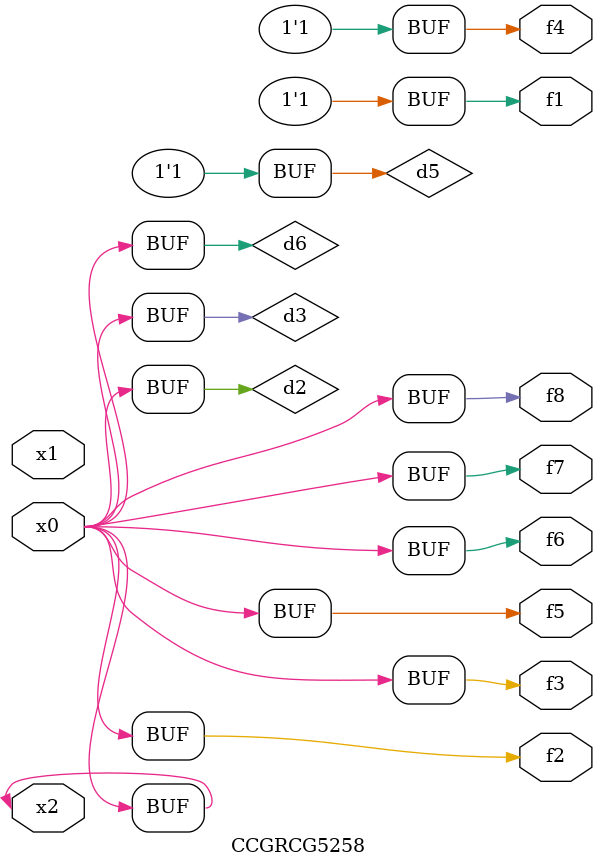
<source format=v>
module CCGRCG5258(
	input x0, x1, x2,
	output f1, f2, f3, f4, f5, f6, f7, f8
);

	wire d1, d2, d3, d4, d5, d6;

	xnor (d1, x2);
	buf (d2, x0, x2);
	and (d3, x0);
	xnor (d4, x1, x2);
	nand (d5, d1, d3);
	buf (d6, d2, d3);
	assign f1 = d5;
	assign f2 = d6;
	assign f3 = d6;
	assign f4 = d5;
	assign f5 = d6;
	assign f6 = d6;
	assign f7 = d6;
	assign f8 = d6;
endmodule

</source>
